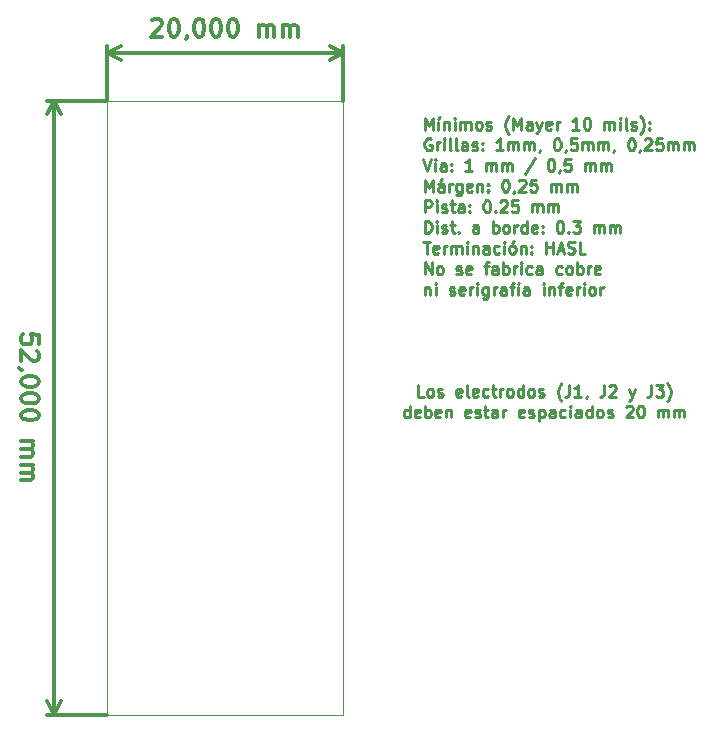
<source format=gbr>
G04 #@! TF.GenerationSoftware,KiCad,Pcbnew,(5.0.0)*
G04 #@! TF.CreationDate,2018-11-30T23:52:53-03:00*
G04 #@! TF.ProjectId,TP_Final,54505F46696E616C2E6B696361645F70,1*
G04 #@! TF.SameCoordinates,Original*
G04 #@! TF.FileFunction,Drawing*
%FSLAX46Y46*%
G04 Gerber Fmt 4.6, Leading zero omitted, Abs format (unit mm)*
G04 Created by KiCad (PCBNEW (5.0.0)) date 11/30/18 23:52:53*
%MOMM*%
%LPD*%
G01*
G04 APERTURE LIST*
%ADD10C,0.250000*%
%ADD11C,0.300000*%
%ADD12C,0.100000*%
G04 APERTURE END LIST*
D10*
X173785714Y-69077380D02*
X173309523Y-69077380D01*
X173309523Y-68077380D01*
X174261904Y-69077380D02*
X174166666Y-69029761D01*
X174119047Y-68982142D01*
X174071428Y-68886904D01*
X174071428Y-68601190D01*
X174119047Y-68505952D01*
X174166666Y-68458333D01*
X174261904Y-68410714D01*
X174404761Y-68410714D01*
X174500000Y-68458333D01*
X174547619Y-68505952D01*
X174595238Y-68601190D01*
X174595238Y-68886904D01*
X174547619Y-68982142D01*
X174500000Y-69029761D01*
X174404761Y-69077380D01*
X174261904Y-69077380D01*
X174976190Y-69029761D02*
X175071428Y-69077380D01*
X175261904Y-69077380D01*
X175357142Y-69029761D01*
X175404761Y-68934523D01*
X175404761Y-68886904D01*
X175357142Y-68791666D01*
X175261904Y-68744047D01*
X175119047Y-68744047D01*
X175023809Y-68696428D01*
X174976190Y-68601190D01*
X174976190Y-68553571D01*
X175023809Y-68458333D01*
X175119047Y-68410714D01*
X175261904Y-68410714D01*
X175357142Y-68458333D01*
X176976190Y-69029761D02*
X176880952Y-69077380D01*
X176690476Y-69077380D01*
X176595238Y-69029761D01*
X176547619Y-68934523D01*
X176547619Y-68553571D01*
X176595238Y-68458333D01*
X176690476Y-68410714D01*
X176880952Y-68410714D01*
X176976190Y-68458333D01*
X177023809Y-68553571D01*
X177023809Y-68648809D01*
X176547619Y-68744047D01*
X177595238Y-69077380D02*
X177500000Y-69029761D01*
X177452380Y-68934523D01*
X177452380Y-68077380D01*
X178357142Y-69029761D02*
X178261904Y-69077380D01*
X178071428Y-69077380D01*
X177976190Y-69029761D01*
X177928571Y-68934523D01*
X177928571Y-68553571D01*
X177976190Y-68458333D01*
X178071428Y-68410714D01*
X178261904Y-68410714D01*
X178357142Y-68458333D01*
X178404761Y-68553571D01*
X178404761Y-68648809D01*
X177928571Y-68744047D01*
X179261904Y-69029761D02*
X179166666Y-69077380D01*
X178976190Y-69077380D01*
X178880952Y-69029761D01*
X178833333Y-68982142D01*
X178785714Y-68886904D01*
X178785714Y-68601190D01*
X178833333Y-68505952D01*
X178880952Y-68458333D01*
X178976190Y-68410714D01*
X179166666Y-68410714D01*
X179261904Y-68458333D01*
X179547619Y-68410714D02*
X179928571Y-68410714D01*
X179690476Y-68077380D02*
X179690476Y-68934523D01*
X179738095Y-69029761D01*
X179833333Y-69077380D01*
X179928571Y-69077380D01*
X180261904Y-69077380D02*
X180261904Y-68410714D01*
X180261904Y-68601190D02*
X180309523Y-68505952D01*
X180357142Y-68458333D01*
X180452380Y-68410714D01*
X180547619Y-68410714D01*
X181023809Y-69077380D02*
X180928571Y-69029761D01*
X180880952Y-68982142D01*
X180833333Y-68886904D01*
X180833333Y-68601190D01*
X180880952Y-68505952D01*
X180928571Y-68458333D01*
X181023809Y-68410714D01*
X181166666Y-68410714D01*
X181261904Y-68458333D01*
X181309523Y-68505952D01*
X181357142Y-68601190D01*
X181357142Y-68886904D01*
X181309523Y-68982142D01*
X181261904Y-69029761D01*
X181166666Y-69077380D01*
X181023809Y-69077380D01*
X182214285Y-69077380D02*
X182214285Y-68077380D01*
X182214285Y-69029761D02*
X182119047Y-69077380D01*
X181928571Y-69077380D01*
X181833333Y-69029761D01*
X181785714Y-68982142D01*
X181738095Y-68886904D01*
X181738095Y-68601190D01*
X181785714Y-68505952D01*
X181833333Y-68458333D01*
X181928571Y-68410714D01*
X182119047Y-68410714D01*
X182214285Y-68458333D01*
X182833333Y-69077380D02*
X182738095Y-69029761D01*
X182690476Y-68982142D01*
X182642857Y-68886904D01*
X182642857Y-68601190D01*
X182690476Y-68505952D01*
X182738095Y-68458333D01*
X182833333Y-68410714D01*
X182976190Y-68410714D01*
X183071428Y-68458333D01*
X183119047Y-68505952D01*
X183166666Y-68601190D01*
X183166666Y-68886904D01*
X183119047Y-68982142D01*
X183071428Y-69029761D01*
X182976190Y-69077380D01*
X182833333Y-69077380D01*
X183547619Y-69029761D02*
X183642857Y-69077380D01*
X183833333Y-69077380D01*
X183928571Y-69029761D01*
X183976190Y-68934523D01*
X183976190Y-68886904D01*
X183928571Y-68791666D01*
X183833333Y-68744047D01*
X183690476Y-68744047D01*
X183595238Y-68696428D01*
X183547619Y-68601190D01*
X183547619Y-68553571D01*
X183595238Y-68458333D01*
X183690476Y-68410714D01*
X183833333Y-68410714D01*
X183928571Y-68458333D01*
X185452380Y-69458333D02*
X185404761Y-69410714D01*
X185309523Y-69267857D01*
X185261904Y-69172619D01*
X185214285Y-69029761D01*
X185166666Y-68791666D01*
X185166666Y-68601190D01*
X185214285Y-68363095D01*
X185261904Y-68220238D01*
X185309523Y-68125000D01*
X185404761Y-67982142D01*
X185452380Y-67934523D01*
X186119047Y-68077380D02*
X186119047Y-68791666D01*
X186071428Y-68934523D01*
X185976190Y-69029761D01*
X185833333Y-69077380D01*
X185738095Y-69077380D01*
X187119047Y-69077380D02*
X186547619Y-69077380D01*
X186833333Y-69077380D02*
X186833333Y-68077380D01*
X186738095Y-68220238D01*
X186642857Y-68315476D01*
X186547619Y-68363095D01*
X187595238Y-69029761D02*
X187595238Y-69077380D01*
X187547619Y-69172619D01*
X187500000Y-69220238D01*
X189071428Y-68077380D02*
X189071428Y-68791666D01*
X189023809Y-68934523D01*
X188928571Y-69029761D01*
X188785714Y-69077380D01*
X188690476Y-69077380D01*
X189500000Y-68172619D02*
X189547619Y-68125000D01*
X189642857Y-68077380D01*
X189880952Y-68077380D01*
X189976190Y-68125000D01*
X190023809Y-68172619D01*
X190071428Y-68267857D01*
X190071428Y-68363095D01*
X190023809Y-68505952D01*
X189452380Y-69077380D01*
X190071428Y-69077380D01*
X191166666Y-68410714D02*
X191404761Y-69077380D01*
X191642857Y-68410714D02*
X191404761Y-69077380D01*
X191309523Y-69315476D01*
X191261904Y-69363095D01*
X191166666Y-69410714D01*
X193071428Y-68077380D02*
X193071428Y-68791666D01*
X193023809Y-68934523D01*
X192928571Y-69029761D01*
X192785714Y-69077380D01*
X192690476Y-69077380D01*
X193452380Y-68077380D02*
X194071428Y-68077380D01*
X193738095Y-68458333D01*
X193880952Y-68458333D01*
X193976190Y-68505952D01*
X194023809Y-68553571D01*
X194071428Y-68648809D01*
X194071428Y-68886904D01*
X194023809Y-68982142D01*
X193976190Y-69029761D01*
X193880952Y-69077380D01*
X193595238Y-69077380D01*
X193500000Y-69029761D01*
X193452380Y-68982142D01*
X194404761Y-69458333D02*
X194452380Y-69410714D01*
X194547619Y-69267857D01*
X194595238Y-69172619D01*
X194642857Y-69029761D01*
X194690476Y-68791666D01*
X194690476Y-68601190D01*
X194642857Y-68363095D01*
X194595238Y-68220238D01*
X194547619Y-68125000D01*
X194452380Y-67982142D01*
X194404761Y-67934523D01*
X172595238Y-70827380D02*
X172595238Y-69827380D01*
X172595238Y-70779761D02*
X172500000Y-70827380D01*
X172309523Y-70827380D01*
X172214285Y-70779761D01*
X172166666Y-70732142D01*
X172119047Y-70636904D01*
X172119047Y-70351190D01*
X172166666Y-70255952D01*
X172214285Y-70208333D01*
X172309523Y-70160714D01*
X172500000Y-70160714D01*
X172595238Y-70208333D01*
X173452380Y-70779761D02*
X173357142Y-70827380D01*
X173166666Y-70827380D01*
X173071428Y-70779761D01*
X173023809Y-70684523D01*
X173023809Y-70303571D01*
X173071428Y-70208333D01*
X173166666Y-70160714D01*
X173357142Y-70160714D01*
X173452380Y-70208333D01*
X173500000Y-70303571D01*
X173500000Y-70398809D01*
X173023809Y-70494047D01*
X173928571Y-70827380D02*
X173928571Y-69827380D01*
X173928571Y-70208333D02*
X174023809Y-70160714D01*
X174214285Y-70160714D01*
X174309523Y-70208333D01*
X174357142Y-70255952D01*
X174404761Y-70351190D01*
X174404761Y-70636904D01*
X174357142Y-70732142D01*
X174309523Y-70779761D01*
X174214285Y-70827380D01*
X174023809Y-70827380D01*
X173928571Y-70779761D01*
X175214285Y-70779761D02*
X175119047Y-70827380D01*
X174928571Y-70827380D01*
X174833333Y-70779761D01*
X174785714Y-70684523D01*
X174785714Y-70303571D01*
X174833333Y-70208333D01*
X174928571Y-70160714D01*
X175119047Y-70160714D01*
X175214285Y-70208333D01*
X175261904Y-70303571D01*
X175261904Y-70398809D01*
X174785714Y-70494047D01*
X175690476Y-70160714D02*
X175690476Y-70827380D01*
X175690476Y-70255952D02*
X175738095Y-70208333D01*
X175833333Y-70160714D01*
X175976190Y-70160714D01*
X176071428Y-70208333D01*
X176119047Y-70303571D01*
X176119047Y-70827380D01*
X177738095Y-70779761D02*
X177642857Y-70827380D01*
X177452380Y-70827380D01*
X177357142Y-70779761D01*
X177309523Y-70684523D01*
X177309523Y-70303571D01*
X177357142Y-70208333D01*
X177452380Y-70160714D01*
X177642857Y-70160714D01*
X177738095Y-70208333D01*
X177785714Y-70303571D01*
X177785714Y-70398809D01*
X177309523Y-70494047D01*
X178166666Y-70779761D02*
X178261904Y-70827380D01*
X178452380Y-70827380D01*
X178547619Y-70779761D01*
X178595238Y-70684523D01*
X178595238Y-70636904D01*
X178547619Y-70541666D01*
X178452380Y-70494047D01*
X178309523Y-70494047D01*
X178214285Y-70446428D01*
X178166666Y-70351190D01*
X178166666Y-70303571D01*
X178214285Y-70208333D01*
X178309523Y-70160714D01*
X178452380Y-70160714D01*
X178547619Y-70208333D01*
X178880952Y-70160714D02*
X179261904Y-70160714D01*
X179023809Y-69827380D02*
X179023809Y-70684523D01*
X179071428Y-70779761D01*
X179166666Y-70827380D01*
X179261904Y-70827380D01*
X180023809Y-70827380D02*
X180023809Y-70303571D01*
X179976190Y-70208333D01*
X179880952Y-70160714D01*
X179690476Y-70160714D01*
X179595238Y-70208333D01*
X180023809Y-70779761D02*
X179928571Y-70827380D01*
X179690476Y-70827380D01*
X179595238Y-70779761D01*
X179547619Y-70684523D01*
X179547619Y-70589285D01*
X179595238Y-70494047D01*
X179690476Y-70446428D01*
X179928571Y-70446428D01*
X180023809Y-70398809D01*
X180500000Y-70827380D02*
X180500000Y-70160714D01*
X180500000Y-70351190D02*
X180547619Y-70255952D01*
X180595238Y-70208333D01*
X180690476Y-70160714D01*
X180785714Y-70160714D01*
X182261904Y-70779761D02*
X182166666Y-70827380D01*
X181976190Y-70827380D01*
X181880952Y-70779761D01*
X181833333Y-70684523D01*
X181833333Y-70303571D01*
X181880952Y-70208333D01*
X181976190Y-70160714D01*
X182166666Y-70160714D01*
X182261904Y-70208333D01*
X182309523Y-70303571D01*
X182309523Y-70398809D01*
X181833333Y-70494047D01*
X182690476Y-70779761D02*
X182785714Y-70827380D01*
X182976190Y-70827380D01*
X183071428Y-70779761D01*
X183119047Y-70684523D01*
X183119047Y-70636904D01*
X183071428Y-70541666D01*
X182976190Y-70494047D01*
X182833333Y-70494047D01*
X182738095Y-70446428D01*
X182690476Y-70351190D01*
X182690476Y-70303571D01*
X182738095Y-70208333D01*
X182833333Y-70160714D01*
X182976190Y-70160714D01*
X183071428Y-70208333D01*
X183547619Y-70160714D02*
X183547619Y-71160714D01*
X183547619Y-70208333D02*
X183642857Y-70160714D01*
X183833333Y-70160714D01*
X183928571Y-70208333D01*
X183976190Y-70255952D01*
X184023809Y-70351190D01*
X184023809Y-70636904D01*
X183976190Y-70732142D01*
X183928571Y-70779761D01*
X183833333Y-70827380D01*
X183642857Y-70827380D01*
X183547619Y-70779761D01*
X184880952Y-70827380D02*
X184880952Y-70303571D01*
X184833333Y-70208333D01*
X184738095Y-70160714D01*
X184547619Y-70160714D01*
X184452380Y-70208333D01*
X184880952Y-70779761D02*
X184785714Y-70827380D01*
X184547619Y-70827380D01*
X184452380Y-70779761D01*
X184404761Y-70684523D01*
X184404761Y-70589285D01*
X184452380Y-70494047D01*
X184547619Y-70446428D01*
X184785714Y-70446428D01*
X184880952Y-70398809D01*
X185785714Y-70779761D02*
X185690476Y-70827380D01*
X185500000Y-70827380D01*
X185404761Y-70779761D01*
X185357142Y-70732142D01*
X185309523Y-70636904D01*
X185309523Y-70351190D01*
X185357142Y-70255952D01*
X185404761Y-70208333D01*
X185500000Y-70160714D01*
X185690476Y-70160714D01*
X185785714Y-70208333D01*
X186214285Y-70827380D02*
X186214285Y-70160714D01*
X186214285Y-69827380D02*
X186166666Y-69875000D01*
X186214285Y-69922619D01*
X186261904Y-69875000D01*
X186214285Y-69827380D01*
X186214285Y-69922619D01*
X187119047Y-70827380D02*
X187119047Y-70303571D01*
X187071428Y-70208333D01*
X186976190Y-70160714D01*
X186785714Y-70160714D01*
X186690476Y-70208333D01*
X187119047Y-70779761D02*
X187023809Y-70827380D01*
X186785714Y-70827380D01*
X186690476Y-70779761D01*
X186642857Y-70684523D01*
X186642857Y-70589285D01*
X186690476Y-70494047D01*
X186785714Y-70446428D01*
X187023809Y-70446428D01*
X187119047Y-70398809D01*
X188023809Y-70827380D02*
X188023809Y-69827380D01*
X188023809Y-70779761D02*
X187928571Y-70827380D01*
X187738095Y-70827380D01*
X187642857Y-70779761D01*
X187595238Y-70732142D01*
X187547619Y-70636904D01*
X187547619Y-70351190D01*
X187595238Y-70255952D01*
X187642857Y-70208333D01*
X187738095Y-70160714D01*
X187928571Y-70160714D01*
X188023809Y-70208333D01*
X188642857Y-70827380D02*
X188547619Y-70779761D01*
X188500000Y-70732142D01*
X188452380Y-70636904D01*
X188452380Y-70351190D01*
X188500000Y-70255952D01*
X188547619Y-70208333D01*
X188642857Y-70160714D01*
X188785714Y-70160714D01*
X188880952Y-70208333D01*
X188928571Y-70255952D01*
X188976190Y-70351190D01*
X188976190Y-70636904D01*
X188928571Y-70732142D01*
X188880952Y-70779761D01*
X188785714Y-70827380D01*
X188642857Y-70827380D01*
X189357142Y-70779761D02*
X189452380Y-70827380D01*
X189642857Y-70827380D01*
X189738095Y-70779761D01*
X189785714Y-70684523D01*
X189785714Y-70636904D01*
X189738095Y-70541666D01*
X189642857Y-70494047D01*
X189500000Y-70494047D01*
X189404761Y-70446428D01*
X189357142Y-70351190D01*
X189357142Y-70303571D01*
X189404761Y-70208333D01*
X189500000Y-70160714D01*
X189642857Y-70160714D01*
X189738095Y-70208333D01*
X190928571Y-69922619D02*
X190976190Y-69875000D01*
X191071428Y-69827380D01*
X191309523Y-69827380D01*
X191404761Y-69875000D01*
X191452380Y-69922619D01*
X191500000Y-70017857D01*
X191500000Y-70113095D01*
X191452380Y-70255952D01*
X190880952Y-70827380D01*
X191500000Y-70827380D01*
X192119047Y-69827380D02*
X192214285Y-69827380D01*
X192309523Y-69875000D01*
X192357142Y-69922619D01*
X192404761Y-70017857D01*
X192452380Y-70208333D01*
X192452380Y-70446428D01*
X192404761Y-70636904D01*
X192357142Y-70732142D01*
X192309523Y-70779761D01*
X192214285Y-70827380D01*
X192119047Y-70827380D01*
X192023809Y-70779761D01*
X191976190Y-70732142D01*
X191928571Y-70636904D01*
X191880952Y-70446428D01*
X191880952Y-70208333D01*
X191928571Y-70017857D01*
X191976190Y-69922619D01*
X192023809Y-69875000D01*
X192119047Y-69827380D01*
X193642857Y-70827380D02*
X193642857Y-70160714D01*
X193642857Y-70255952D02*
X193690476Y-70208333D01*
X193785714Y-70160714D01*
X193928571Y-70160714D01*
X194023809Y-70208333D01*
X194071428Y-70303571D01*
X194071428Y-70827380D01*
X194071428Y-70303571D02*
X194119047Y-70208333D01*
X194214285Y-70160714D01*
X194357142Y-70160714D01*
X194452380Y-70208333D01*
X194500000Y-70303571D01*
X194500000Y-70827380D01*
X194976190Y-70827380D02*
X194976190Y-70160714D01*
X194976190Y-70255952D02*
X195023809Y-70208333D01*
X195119047Y-70160714D01*
X195261904Y-70160714D01*
X195357142Y-70208333D01*
X195404761Y-70303571D01*
X195404761Y-70827380D01*
X195404761Y-70303571D02*
X195452380Y-70208333D01*
X195547619Y-70160714D01*
X195690476Y-70160714D01*
X195785714Y-70208333D01*
X195833333Y-70303571D01*
X195833333Y-70827380D01*
D11*
X141221428Y-64571428D02*
X141221428Y-63857142D01*
X140507142Y-63785714D01*
X140578571Y-63857142D01*
X140650000Y-64000000D01*
X140650000Y-64357142D01*
X140578571Y-64500000D01*
X140507142Y-64571428D01*
X140364285Y-64642857D01*
X140007142Y-64642857D01*
X139864285Y-64571428D01*
X139792857Y-64500000D01*
X139721428Y-64357142D01*
X139721428Y-64000000D01*
X139792857Y-63857142D01*
X139864285Y-63785714D01*
X141078571Y-65214285D02*
X141150000Y-65285714D01*
X141221428Y-65428571D01*
X141221428Y-65785714D01*
X141150000Y-65928571D01*
X141078571Y-66000000D01*
X140935714Y-66071428D01*
X140792857Y-66071428D01*
X140578571Y-66000000D01*
X139721428Y-65142857D01*
X139721428Y-66071428D01*
X139792857Y-66785714D02*
X139721428Y-66785714D01*
X139578571Y-66714285D01*
X139507142Y-66642857D01*
X141221428Y-67714285D02*
X141221428Y-67857142D01*
X141150000Y-68000000D01*
X141078571Y-68071428D01*
X140935714Y-68142857D01*
X140650000Y-68214285D01*
X140292857Y-68214285D01*
X140007142Y-68142857D01*
X139864285Y-68071428D01*
X139792857Y-68000000D01*
X139721428Y-67857142D01*
X139721428Y-67714285D01*
X139792857Y-67571428D01*
X139864285Y-67500000D01*
X140007142Y-67428571D01*
X140292857Y-67357142D01*
X140650000Y-67357142D01*
X140935714Y-67428571D01*
X141078571Y-67500000D01*
X141150000Y-67571428D01*
X141221428Y-67714285D01*
X141221428Y-69142857D02*
X141221428Y-69285714D01*
X141150000Y-69428571D01*
X141078571Y-69500000D01*
X140935714Y-69571428D01*
X140650000Y-69642857D01*
X140292857Y-69642857D01*
X140007142Y-69571428D01*
X139864285Y-69500000D01*
X139792857Y-69428571D01*
X139721428Y-69285714D01*
X139721428Y-69142857D01*
X139792857Y-69000000D01*
X139864285Y-68928571D01*
X140007142Y-68857142D01*
X140292857Y-68785714D01*
X140650000Y-68785714D01*
X140935714Y-68857142D01*
X141078571Y-68928571D01*
X141150000Y-69000000D01*
X141221428Y-69142857D01*
X141221428Y-70571428D02*
X141221428Y-70714285D01*
X141150000Y-70857142D01*
X141078571Y-70928571D01*
X140935714Y-71000000D01*
X140650000Y-71071428D01*
X140292857Y-71071428D01*
X140007142Y-71000000D01*
X139864285Y-70928571D01*
X139792857Y-70857142D01*
X139721428Y-70714285D01*
X139721428Y-70571428D01*
X139792857Y-70428571D01*
X139864285Y-70357142D01*
X140007142Y-70285714D01*
X140292857Y-70214285D01*
X140650000Y-70214285D01*
X140935714Y-70285714D01*
X141078571Y-70357142D01*
X141150000Y-70428571D01*
X141221428Y-70571428D01*
X139721428Y-72857142D02*
X140721428Y-72857142D01*
X140578571Y-72857142D02*
X140650000Y-72928571D01*
X140721428Y-73071428D01*
X140721428Y-73285714D01*
X140650000Y-73428571D01*
X140507142Y-73500000D01*
X139721428Y-73500000D01*
X140507142Y-73500000D02*
X140650000Y-73571428D01*
X140721428Y-73714285D01*
X140721428Y-73928571D01*
X140650000Y-74071428D01*
X140507142Y-74142857D01*
X139721428Y-74142857D01*
X139721428Y-74857142D02*
X140721428Y-74857142D01*
X140578571Y-74857142D02*
X140650000Y-74928571D01*
X140721428Y-75071428D01*
X140721428Y-75285714D01*
X140650000Y-75428571D01*
X140507142Y-75500000D01*
X139721428Y-75500000D01*
X140507142Y-75500000D02*
X140650000Y-75571428D01*
X140721428Y-75714285D01*
X140721428Y-75928571D01*
X140650000Y-76071428D01*
X140507142Y-76142857D01*
X139721428Y-76142857D01*
X142500000Y-44000000D02*
X142500000Y-96000000D01*
X147000000Y-44000000D02*
X141913579Y-44000000D01*
X147000000Y-96000000D02*
X141913579Y-96000000D01*
X142500000Y-96000000D02*
X141913579Y-94873496D01*
X142500000Y-96000000D02*
X143086421Y-94873496D01*
X142500000Y-44000000D02*
X141913579Y-45126504D01*
X142500000Y-44000000D02*
X143086421Y-45126504D01*
X150785714Y-37221428D02*
X150857142Y-37150000D01*
X151000000Y-37078571D01*
X151357142Y-37078571D01*
X151500000Y-37150000D01*
X151571428Y-37221428D01*
X151642857Y-37364285D01*
X151642857Y-37507142D01*
X151571428Y-37721428D01*
X150714285Y-38578571D01*
X151642857Y-38578571D01*
X152571428Y-37078571D02*
X152714285Y-37078571D01*
X152857142Y-37150000D01*
X152928571Y-37221428D01*
X153000000Y-37364285D01*
X153071428Y-37650000D01*
X153071428Y-38007142D01*
X153000000Y-38292857D01*
X152928571Y-38435714D01*
X152857142Y-38507142D01*
X152714285Y-38578571D01*
X152571428Y-38578571D01*
X152428571Y-38507142D01*
X152357142Y-38435714D01*
X152285714Y-38292857D01*
X152214285Y-38007142D01*
X152214285Y-37650000D01*
X152285714Y-37364285D01*
X152357142Y-37221428D01*
X152428571Y-37150000D01*
X152571428Y-37078571D01*
X153785714Y-38507142D02*
X153785714Y-38578571D01*
X153714285Y-38721428D01*
X153642857Y-38792857D01*
X154714285Y-37078571D02*
X154857142Y-37078571D01*
X155000000Y-37150000D01*
X155071428Y-37221428D01*
X155142857Y-37364285D01*
X155214285Y-37650000D01*
X155214285Y-38007142D01*
X155142857Y-38292857D01*
X155071428Y-38435714D01*
X155000000Y-38507142D01*
X154857142Y-38578571D01*
X154714285Y-38578571D01*
X154571428Y-38507142D01*
X154500000Y-38435714D01*
X154428571Y-38292857D01*
X154357142Y-38007142D01*
X154357142Y-37650000D01*
X154428571Y-37364285D01*
X154500000Y-37221428D01*
X154571428Y-37150000D01*
X154714285Y-37078571D01*
X156142857Y-37078571D02*
X156285714Y-37078571D01*
X156428571Y-37150000D01*
X156500000Y-37221428D01*
X156571428Y-37364285D01*
X156642857Y-37650000D01*
X156642857Y-38007142D01*
X156571428Y-38292857D01*
X156500000Y-38435714D01*
X156428571Y-38507142D01*
X156285714Y-38578571D01*
X156142857Y-38578571D01*
X156000000Y-38507142D01*
X155928571Y-38435714D01*
X155857142Y-38292857D01*
X155785714Y-38007142D01*
X155785714Y-37650000D01*
X155857142Y-37364285D01*
X155928571Y-37221428D01*
X156000000Y-37150000D01*
X156142857Y-37078571D01*
X157571428Y-37078571D02*
X157714285Y-37078571D01*
X157857142Y-37150000D01*
X157928571Y-37221428D01*
X158000000Y-37364285D01*
X158071428Y-37650000D01*
X158071428Y-38007142D01*
X158000000Y-38292857D01*
X157928571Y-38435714D01*
X157857142Y-38507142D01*
X157714285Y-38578571D01*
X157571428Y-38578571D01*
X157428571Y-38507142D01*
X157357142Y-38435714D01*
X157285714Y-38292857D01*
X157214285Y-38007142D01*
X157214285Y-37650000D01*
X157285714Y-37364285D01*
X157357142Y-37221428D01*
X157428571Y-37150000D01*
X157571428Y-37078571D01*
X159857142Y-38578571D02*
X159857142Y-37578571D01*
X159857142Y-37721428D02*
X159928571Y-37650000D01*
X160071428Y-37578571D01*
X160285714Y-37578571D01*
X160428571Y-37650000D01*
X160500000Y-37792857D01*
X160500000Y-38578571D01*
X160500000Y-37792857D02*
X160571428Y-37650000D01*
X160714285Y-37578571D01*
X160928571Y-37578571D01*
X161071428Y-37650000D01*
X161142857Y-37792857D01*
X161142857Y-38578571D01*
X161857142Y-38578571D02*
X161857142Y-37578571D01*
X161857142Y-37721428D02*
X161928571Y-37650000D01*
X162071428Y-37578571D01*
X162285714Y-37578571D01*
X162428571Y-37650000D01*
X162500000Y-37792857D01*
X162500000Y-38578571D01*
X162500000Y-37792857D02*
X162571428Y-37650000D01*
X162714285Y-37578571D01*
X162928571Y-37578571D01*
X163071428Y-37650000D01*
X163142857Y-37792857D01*
X163142857Y-38578571D01*
X167000000Y-40000000D02*
X147000000Y-40000000D01*
X167000000Y-44000000D02*
X167000000Y-39413579D01*
X147000000Y-44000000D02*
X147000000Y-39413579D01*
X147000000Y-40000000D02*
X148126504Y-39413579D01*
X147000000Y-40000000D02*
X148126504Y-40586421D01*
X167000000Y-40000000D02*
X165873496Y-39413579D01*
X167000000Y-40000000D02*
X165873496Y-40586421D01*
D10*
X173900595Y-46452380D02*
X173900595Y-45452380D01*
X174233928Y-46166666D01*
X174567261Y-45452380D01*
X174567261Y-46452380D01*
X175043452Y-46452380D02*
X175043452Y-45785714D01*
X175138690Y-45404761D02*
X174995833Y-45547619D01*
X175519642Y-45785714D02*
X175519642Y-46452380D01*
X175519642Y-45880952D02*
X175567261Y-45833333D01*
X175662500Y-45785714D01*
X175805357Y-45785714D01*
X175900595Y-45833333D01*
X175948214Y-45928571D01*
X175948214Y-46452380D01*
X176424404Y-46452380D02*
X176424404Y-45785714D01*
X176424404Y-45452380D02*
X176376785Y-45500000D01*
X176424404Y-45547619D01*
X176472023Y-45500000D01*
X176424404Y-45452380D01*
X176424404Y-45547619D01*
X176900595Y-46452380D02*
X176900595Y-45785714D01*
X176900595Y-45880952D02*
X176948214Y-45833333D01*
X177043452Y-45785714D01*
X177186309Y-45785714D01*
X177281547Y-45833333D01*
X177329166Y-45928571D01*
X177329166Y-46452380D01*
X177329166Y-45928571D02*
X177376785Y-45833333D01*
X177472023Y-45785714D01*
X177614880Y-45785714D01*
X177710119Y-45833333D01*
X177757738Y-45928571D01*
X177757738Y-46452380D01*
X178376785Y-46452380D02*
X178281547Y-46404761D01*
X178233928Y-46357142D01*
X178186309Y-46261904D01*
X178186309Y-45976190D01*
X178233928Y-45880952D01*
X178281547Y-45833333D01*
X178376785Y-45785714D01*
X178519642Y-45785714D01*
X178614880Y-45833333D01*
X178662500Y-45880952D01*
X178710119Y-45976190D01*
X178710119Y-46261904D01*
X178662500Y-46357142D01*
X178614880Y-46404761D01*
X178519642Y-46452380D01*
X178376785Y-46452380D01*
X179091071Y-46404761D02*
X179186309Y-46452380D01*
X179376785Y-46452380D01*
X179472023Y-46404761D01*
X179519642Y-46309523D01*
X179519642Y-46261904D01*
X179472023Y-46166666D01*
X179376785Y-46119047D01*
X179233928Y-46119047D01*
X179138690Y-46071428D01*
X179091071Y-45976190D01*
X179091071Y-45928571D01*
X179138690Y-45833333D01*
X179233928Y-45785714D01*
X179376785Y-45785714D01*
X179472023Y-45833333D01*
X180995833Y-46833333D02*
X180948214Y-46785714D01*
X180852976Y-46642857D01*
X180805357Y-46547619D01*
X180757738Y-46404761D01*
X180710119Y-46166666D01*
X180710119Y-45976190D01*
X180757738Y-45738095D01*
X180805357Y-45595238D01*
X180852976Y-45500000D01*
X180948214Y-45357142D01*
X180995833Y-45309523D01*
X181376785Y-46452380D02*
X181376785Y-45452380D01*
X181710119Y-46166666D01*
X182043452Y-45452380D01*
X182043452Y-46452380D01*
X182948214Y-46452380D02*
X182948214Y-45928571D01*
X182900595Y-45833333D01*
X182805357Y-45785714D01*
X182614880Y-45785714D01*
X182519642Y-45833333D01*
X182948214Y-46404761D02*
X182852976Y-46452380D01*
X182614880Y-46452380D01*
X182519642Y-46404761D01*
X182472023Y-46309523D01*
X182472023Y-46214285D01*
X182519642Y-46119047D01*
X182614880Y-46071428D01*
X182852976Y-46071428D01*
X182948214Y-46023809D01*
X183329166Y-45785714D02*
X183567261Y-46452380D01*
X183805357Y-45785714D02*
X183567261Y-46452380D01*
X183472023Y-46690476D01*
X183424404Y-46738095D01*
X183329166Y-46785714D01*
X184567261Y-46404761D02*
X184472023Y-46452380D01*
X184281547Y-46452380D01*
X184186309Y-46404761D01*
X184138690Y-46309523D01*
X184138690Y-45928571D01*
X184186309Y-45833333D01*
X184281547Y-45785714D01*
X184472023Y-45785714D01*
X184567261Y-45833333D01*
X184614880Y-45928571D01*
X184614880Y-46023809D01*
X184138690Y-46119047D01*
X185043452Y-46452380D02*
X185043452Y-45785714D01*
X185043452Y-45976190D02*
X185091071Y-45880952D01*
X185138690Y-45833333D01*
X185233928Y-45785714D01*
X185329166Y-45785714D01*
X186948214Y-46452380D02*
X186376785Y-46452380D01*
X186662500Y-46452380D02*
X186662500Y-45452380D01*
X186567261Y-45595238D01*
X186472023Y-45690476D01*
X186376785Y-45738095D01*
X187567261Y-45452380D02*
X187662500Y-45452380D01*
X187757738Y-45500000D01*
X187805357Y-45547619D01*
X187852976Y-45642857D01*
X187900595Y-45833333D01*
X187900595Y-46071428D01*
X187852976Y-46261904D01*
X187805357Y-46357142D01*
X187757738Y-46404761D01*
X187662500Y-46452380D01*
X187567261Y-46452380D01*
X187472023Y-46404761D01*
X187424404Y-46357142D01*
X187376785Y-46261904D01*
X187329166Y-46071428D01*
X187329166Y-45833333D01*
X187376785Y-45642857D01*
X187424404Y-45547619D01*
X187472023Y-45500000D01*
X187567261Y-45452380D01*
X189091071Y-46452380D02*
X189091071Y-45785714D01*
X189091071Y-45880952D02*
X189138690Y-45833333D01*
X189233928Y-45785714D01*
X189376785Y-45785714D01*
X189472023Y-45833333D01*
X189519642Y-45928571D01*
X189519642Y-46452380D01*
X189519642Y-45928571D02*
X189567261Y-45833333D01*
X189662500Y-45785714D01*
X189805357Y-45785714D01*
X189900595Y-45833333D01*
X189948214Y-45928571D01*
X189948214Y-46452380D01*
X190424404Y-46452380D02*
X190424404Y-45785714D01*
X190424404Y-45452380D02*
X190376785Y-45500000D01*
X190424404Y-45547619D01*
X190472023Y-45500000D01*
X190424404Y-45452380D01*
X190424404Y-45547619D01*
X191043452Y-46452380D02*
X190948214Y-46404761D01*
X190900595Y-46309523D01*
X190900595Y-45452380D01*
X191376785Y-46404761D02*
X191472023Y-46452380D01*
X191662500Y-46452380D01*
X191757738Y-46404761D01*
X191805357Y-46309523D01*
X191805357Y-46261904D01*
X191757738Y-46166666D01*
X191662500Y-46119047D01*
X191519642Y-46119047D01*
X191424404Y-46071428D01*
X191376785Y-45976190D01*
X191376785Y-45928571D01*
X191424404Y-45833333D01*
X191519642Y-45785714D01*
X191662500Y-45785714D01*
X191757738Y-45833333D01*
X192138690Y-46833333D02*
X192186309Y-46785714D01*
X192281547Y-46642857D01*
X192329166Y-46547619D01*
X192376785Y-46404761D01*
X192424404Y-46166666D01*
X192424404Y-45976190D01*
X192376785Y-45738095D01*
X192329166Y-45595238D01*
X192281547Y-45500000D01*
X192186309Y-45357142D01*
X192138690Y-45309523D01*
X192900595Y-46357142D02*
X192948214Y-46404761D01*
X192900595Y-46452380D01*
X192852976Y-46404761D01*
X192900595Y-46357142D01*
X192900595Y-46452380D01*
X192900595Y-45833333D02*
X192948214Y-45880952D01*
X192900595Y-45928571D01*
X192852976Y-45880952D01*
X192900595Y-45833333D01*
X192900595Y-45928571D01*
X174424404Y-47250000D02*
X174329166Y-47202380D01*
X174186309Y-47202380D01*
X174043452Y-47250000D01*
X173948214Y-47345238D01*
X173900595Y-47440476D01*
X173852976Y-47630952D01*
X173852976Y-47773809D01*
X173900595Y-47964285D01*
X173948214Y-48059523D01*
X174043452Y-48154761D01*
X174186309Y-48202380D01*
X174281547Y-48202380D01*
X174424404Y-48154761D01*
X174472023Y-48107142D01*
X174472023Y-47773809D01*
X174281547Y-47773809D01*
X174900595Y-48202380D02*
X174900595Y-47535714D01*
X174900595Y-47726190D02*
X174948214Y-47630952D01*
X174995833Y-47583333D01*
X175091071Y-47535714D01*
X175186309Y-47535714D01*
X175519642Y-48202380D02*
X175519642Y-47535714D01*
X175519642Y-47202380D02*
X175472023Y-47250000D01*
X175519642Y-47297619D01*
X175567261Y-47250000D01*
X175519642Y-47202380D01*
X175519642Y-47297619D01*
X176138690Y-48202380D02*
X176043452Y-48154761D01*
X175995833Y-48059523D01*
X175995833Y-47202380D01*
X176662500Y-48202380D02*
X176567261Y-48154761D01*
X176519642Y-48059523D01*
X176519642Y-47202380D01*
X177472023Y-48202380D02*
X177472023Y-47678571D01*
X177424404Y-47583333D01*
X177329166Y-47535714D01*
X177138690Y-47535714D01*
X177043452Y-47583333D01*
X177472023Y-48154761D02*
X177376785Y-48202380D01*
X177138690Y-48202380D01*
X177043452Y-48154761D01*
X176995833Y-48059523D01*
X176995833Y-47964285D01*
X177043452Y-47869047D01*
X177138690Y-47821428D01*
X177376785Y-47821428D01*
X177472023Y-47773809D01*
X177900595Y-48154761D02*
X177995833Y-48202380D01*
X178186309Y-48202380D01*
X178281547Y-48154761D01*
X178329166Y-48059523D01*
X178329166Y-48011904D01*
X178281547Y-47916666D01*
X178186309Y-47869047D01*
X178043452Y-47869047D01*
X177948214Y-47821428D01*
X177900595Y-47726190D01*
X177900595Y-47678571D01*
X177948214Y-47583333D01*
X178043452Y-47535714D01*
X178186309Y-47535714D01*
X178281547Y-47583333D01*
X178757738Y-48107142D02*
X178805357Y-48154761D01*
X178757738Y-48202380D01*
X178710119Y-48154761D01*
X178757738Y-48107142D01*
X178757738Y-48202380D01*
X178757738Y-47583333D02*
X178805357Y-47630952D01*
X178757738Y-47678571D01*
X178710119Y-47630952D01*
X178757738Y-47583333D01*
X178757738Y-47678571D01*
X180519642Y-48202380D02*
X179948214Y-48202380D01*
X180233928Y-48202380D02*
X180233928Y-47202380D01*
X180138690Y-47345238D01*
X180043452Y-47440476D01*
X179948214Y-47488095D01*
X180948214Y-48202380D02*
X180948214Y-47535714D01*
X180948214Y-47630952D02*
X180995833Y-47583333D01*
X181091071Y-47535714D01*
X181233928Y-47535714D01*
X181329166Y-47583333D01*
X181376785Y-47678571D01*
X181376785Y-48202380D01*
X181376785Y-47678571D02*
X181424404Y-47583333D01*
X181519642Y-47535714D01*
X181662500Y-47535714D01*
X181757738Y-47583333D01*
X181805357Y-47678571D01*
X181805357Y-48202380D01*
X182281547Y-48202380D02*
X182281547Y-47535714D01*
X182281547Y-47630952D02*
X182329166Y-47583333D01*
X182424404Y-47535714D01*
X182567261Y-47535714D01*
X182662500Y-47583333D01*
X182710119Y-47678571D01*
X182710119Y-48202380D01*
X182710119Y-47678571D02*
X182757738Y-47583333D01*
X182852976Y-47535714D01*
X182995833Y-47535714D01*
X183091071Y-47583333D01*
X183138690Y-47678571D01*
X183138690Y-48202380D01*
X183662500Y-48154761D02*
X183662500Y-48202380D01*
X183614880Y-48297619D01*
X183567261Y-48345238D01*
X185043452Y-47202380D02*
X185138690Y-47202380D01*
X185233928Y-47250000D01*
X185281547Y-47297619D01*
X185329166Y-47392857D01*
X185376785Y-47583333D01*
X185376785Y-47821428D01*
X185329166Y-48011904D01*
X185281547Y-48107142D01*
X185233928Y-48154761D01*
X185138690Y-48202380D01*
X185043452Y-48202380D01*
X184948214Y-48154761D01*
X184900595Y-48107142D01*
X184852976Y-48011904D01*
X184805357Y-47821428D01*
X184805357Y-47583333D01*
X184852976Y-47392857D01*
X184900595Y-47297619D01*
X184948214Y-47250000D01*
X185043452Y-47202380D01*
X185852976Y-48154761D02*
X185852976Y-48202380D01*
X185805357Y-48297619D01*
X185757738Y-48345238D01*
X186757738Y-47202380D02*
X186281547Y-47202380D01*
X186233928Y-47678571D01*
X186281547Y-47630952D01*
X186376785Y-47583333D01*
X186614880Y-47583333D01*
X186710119Y-47630952D01*
X186757738Y-47678571D01*
X186805357Y-47773809D01*
X186805357Y-48011904D01*
X186757738Y-48107142D01*
X186710119Y-48154761D01*
X186614880Y-48202380D01*
X186376785Y-48202380D01*
X186281547Y-48154761D01*
X186233928Y-48107142D01*
X187233928Y-48202380D02*
X187233928Y-47535714D01*
X187233928Y-47630952D02*
X187281547Y-47583333D01*
X187376785Y-47535714D01*
X187519642Y-47535714D01*
X187614880Y-47583333D01*
X187662500Y-47678571D01*
X187662500Y-48202380D01*
X187662500Y-47678571D02*
X187710119Y-47583333D01*
X187805357Y-47535714D01*
X187948214Y-47535714D01*
X188043452Y-47583333D01*
X188091071Y-47678571D01*
X188091071Y-48202380D01*
X188567261Y-48202380D02*
X188567261Y-47535714D01*
X188567261Y-47630952D02*
X188614880Y-47583333D01*
X188710119Y-47535714D01*
X188852976Y-47535714D01*
X188948214Y-47583333D01*
X188995833Y-47678571D01*
X188995833Y-48202380D01*
X188995833Y-47678571D02*
X189043452Y-47583333D01*
X189138690Y-47535714D01*
X189281547Y-47535714D01*
X189376785Y-47583333D01*
X189424404Y-47678571D01*
X189424404Y-48202380D01*
X189948214Y-48154761D02*
X189948214Y-48202380D01*
X189900595Y-48297619D01*
X189852976Y-48345238D01*
X191329166Y-47202380D02*
X191424404Y-47202380D01*
X191519642Y-47250000D01*
X191567261Y-47297619D01*
X191614880Y-47392857D01*
X191662500Y-47583333D01*
X191662500Y-47821428D01*
X191614880Y-48011904D01*
X191567261Y-48107142D01*
X191519642Y-48154761D01*
X191424404Y-48202380D01*
X191329166Y-48202380D01*
X191233928Y-48154761D01*
X191186309Y-48107142D01*
X191138690Y-48011904D01*
X191091071Y-47821428D01*
X191091071Y-47583333D01*
X191138690Y-47392857D01*
X191186309Y-47297619D01*
X191233928Y-47250000D01*
X191329166Y-47202380D01*
X192138690Y-48154761D02*
X192138690Y-48202380D01*
X192091071Y-48297619D01*
X192043452Y-48345238D01*
X192519642Y-47297619D02*
X192567261Y-47250000D01*
X192662500Y-47202380D01*
X192900595Y-47202380D01*
X192995833Y-47250000D01*
X193043452Y-47297619D01*
X193091071Y-47392857D01*
X193091071Y-47488095D01*
X193043452Y-47630952D01*
X192472023Y-48202380D01*
X193091071Y-48202380D01*
X193995833Y-47202380D02*
X193519642Y-47202380D01*
X193472023Y-47678571D01*
X193519642Y-47630952D01*
X193614880Y-47583333D01*
X193852976Y-47583333D01*
X193948214Y-47630952D01*
X193995833Y-47678571D01*
X194043452Y-47773809D01*
X194043452Y-48011904D01*
X193995833Y-48107142D01*
X193948214Y-48154761D01*
X193852976Y-48202380D01*
X193614880Y-48202380D01*
X193519642Y-48154761D01*
X193472023Y-48107142D01*
X194472023Y-48202380D02*
X194472023Y-47535714D01*
X194472023Y-47630952D02*
X194519642Y-47583333D01*
X194614880Y-47535714D01*
X194757738Y-47535714D01*
X194852976Y-47583333D01*
X194900595Y-47678571D01*
X194900595Y-48202380D01*
X194900595Y-47678571D02*
X194948214Y-47583333D01*
X195043452Y-47535714D01*
X195186309Y-47535714D01*
X195281547Y-47583333D01*
X195329166Y-47678571D01*
X195329166Y-48202380D01*
X195805357Y-48202380D02*
X195805357Y-47535714D01*
X195805357Y-47630952D02*
X195852976Y-47583333D01*
X195948214Y-47535714D01*
X196091071Y-47535714D01*
X196186309Y-47583333D01*
X196233928Y-47678571D01*
X196233928Y-48202380D01*
X196233928Y-47678571D02*
X196281547Y-47583333D01*
X196376785Y-47535714D01*
X196519642Y-47535714D01*
X196614880Y-47583333D01*
X196662500Y-47678571D01*
X196662500Y-48202380D01*
X173757738Y-48952380D02*
X174091071Y-49952380D01*
X174424404Y-48952380D01*
X174757738Y-49952380D02*
X174757738Y-49285714D01*
X174757738Y-48952380D02*
X174710119Y-49000000D01*
X174757738Y-49047619D01*
X174805357Y-49000000D01*
X174757738Y-48952380D01*
X174757738Y-49047619D01*
X175662500Y-49952380D02*
X175662500Y-49428571D01*
X175614880Y-49333333D01*
X175519642Y-49285714D01*
X175329166Y-49285714D01*
X175233928Y-49333333D01*
X175662500Y-49904761D02*
X175567261Y-49952380D01*
X175329166Y-49952380D01*
X175233928Y-49904761D01*
X175186309Y-49809523D01*
X175186309Y-49714285D01*
X175233928Y-49619047D01*
X175329166Y-49571428D01*
X175567261Y-49571428D01*
X175662500Y-49523809D01*
X176138690Y-49857142D02*
X176186309Y-49904761D01*
X176138690Y-49952380D01*
X176091071Y-49904761D01*
X176138690Y-49857142D01*
X176138690Y-49952380D01*
X176138690Y-49333333D02*
X176186309Y-49380952D01*
X176138690Y-49428571D01*
X176091071Y-49380952D01*
X176138690Y-49333333D01*
X176138690Y-49428571D01*
X177900595Y-49952380D02*
X177329166Y-49952380D01*
X177614880Y-49952380D02*
X177614880Y-48952380D01*
X177519642Y-49095238D01*
X177424404Y-49190476D01*
X177329166Y-49238095D01*
X179091071Y-49952380D02*
X179091071Y-49285714D01*
X179091071Y-49380952D02*
X179138690Y-49333333D01*
X179233928Y-49285714D01*
X179376785Y-49285714D01*
X179472023Y-49333333D01*
X179519642Y-49428571D01*
X179519642Y-49952380D01*
X179519642Y-49428571D02*
X179567261Y-49333333D01*
X179662500Y-49285714D01*
X179805357Y-49285714D01*
X179900595Y-49333333D01*
X179948214Y-49428571D01*
X179948214Y-49952380D01*
X180424404Y-49952380D02*
X180424404Y-49285714D01*
X180424404Y-49380952D02*
X180472023Y-49333333D01*
X180567261Y-49285714D01*
X180710119Y-49285714D01*
X180805357Y-49333333D01*
X180852976Y-49428571D01*
X180852976Y-49952380D01*
X180852976Y-49428571D02*
X180900595Y-49333333D01*
X180995833Y-49285714D01*
X181138690Y-49285714D01*
X181233928Y-49333333D01*
X181281547Y-49428571D01*
X181281547Y-49952380D01*
X183233928Y-48904761D02*
X182376785Y-50190476D01*
X184519642Y-48952380D02*
X184614880Y-48952380D01*
X184710119Y-49000000D01*
X184757738Y-49047619D01*
X184805357Y-49142857D01*
X184852976Y-49333333D01*
X184852976Y-49571428D01*
X184805357Y-49761904D01*
X184757738Y-49857142D01*
X184710119Y-49904761D01*
X184614880Y-49952380D01*
X184519642Y-49952380D01*
X184424404Y-49904761D01*
X184376785Y-49857142D01*
X184329166Y-49761904D01*
X184281547Y-49571428D01*
X184281547Y-49333333D01*
X184329166Y-49142857D01*
X184376785Y-49047619D01*
X184424404Y-49000000D01*
X184519642Y-48952380D01*
X185329166Y-49904761D02*
X185329166Y-49952380D01*
X185281547Y-50047619D01*
X185233928Y-50095238D01*
X186233928Y-48952380D02*
X185757738Y-48952380D01*
X185710119Y-49428571D01*
X185757738Y-49380952D01*
X185852976Y-49333333D01*
X186091071Y-49333333D01*
X186186309Y-49380952D01*
X186233928Y-49428571D01*
X186281547Y-49523809D01*
X186281547Y-49761904D01*
X186233928Y-49857142D01*
X186186309Y-49904761D01*
X186091071Y-49952380D01*
X185852976Y-49952380D01*
X185757738Y-49904761D01*
X185710119Y-49857142D01*
X187472023Y-49952380D02*
X187472023Y-49285714D01*
X187472023Y-49380952D02*
X187519642Y-49333333D01*
X187614880Y-49285714D01*
X187757738Y-49285714D01*
X187852976Y-49333333D01*
X187900595Y-49428571D01*
X187900595Y-49952380D01*
X187900595Y-49428571D02*
X187948214Y-49333333D01*
X188043452Y-49285714D01*
X188186309Y-49285714D01*
X188281547Y-49333333D01*
X188329166Y-49428571D01*
X188329166Y-49952380D01*
X188805357Y-49952380D02*
X188805357Y-49285714D01*
X188805357Y-49380952D02*
X188852976Y-49333333D01*
X188948214Y-49285714D01*
X189091071Y-49285714D01*
X189186309Y-49333333D01*
X189233928Y-49428571D01*
X189233928Y-49952380D01*
X189233928Y-49428571D02*
X189281547Y-49333333D01*
X189376785Y-49285714D01*
X189519642Y-49285714D01*
X189614880Y-49333333D01*
X189662500Y-49428571D01*
X189662500Y-49952380D01*
X173900595Y-51702380D02*
X173900595Y-50702380D01*
X174233928Y-51416666D01*
X174567261Y-50702380D01*
X174567261Y-51702380D01*
X175472023Y-51702380D02*
X175472023Y-51178571D01*
X175424404Y-51083333D01*
X175329166Y-51035714D01*
X175138690Y-51035714D01*
X175043452Y-51083333D01*
X175472023Y-51654761D02*
X175376785Y-51702380D01*
X175138690Y-51702380D01*
X175043452Y-51654761D01*
X174995833Y-51559523D01*
X174995833Y-51464285D01*
X175043452Y-51369047D01*
X175138690Y-51321428D01*
X175376785Y-51321428D01*
X175472023Y-51273809D01*
X175329166Y-50654761D02*
X175186309Y-50797619D01*
X175948214Y-51702380D02*
X175948214Y-51035714D01*
X175948214Y-51226190D02*
X175995833Y-51130952D01*
X176043452Y-51083333D01*
X176138690Y-51035714D01*
X176233928Y-51035714D01*
X176995833Y-51035714D02*
X176995833Y-51845238D01*
X176948214Y-51940476D01*
X176900595Y-51988095D01*
X176805357Y-52035714D01*
X176662500Y-52035714D01*
X176567261Y-51988095D01*
X176995833Y-51654761D02*
X176900595Y-51702380D01*
X176710119Y-51702380D01*
X176614880Y-51654761D01*
X176567261Y-51607142D01*
X176519642Y-51511904D01*
X176519642Y-51226190D01*
X176567261Y-51130952D01*
X176614880Y-51083333D01*
X176710119Y-51035714D01*
X176900595Y-51035714D01*
X176995833Y-51083333D01*
X177852976Y-51654761D02*
X177757738Y-51702380D01*
X177567261Y-51702380D01*
X177472023Y-51654761D01*
X177424404Y-51559523D01*
X177424404Y-51178571D01*
X177472023Y-51083333D01*
X177567261Y-51035714D01*
X177757738Y-51035714D01*
X177852976Y-51083333D01*
X177900595Y-51178571D01*
X177900595Y-51273809D01*
X177424404Y-51369047D01*
X178329166Y-51035714D02*
X178329166Y-51702380D01*
X178329166Y-51130952D02*
X178376785Y-51083333D01*
X178472023Y-51035714D01*
X178614880Y-51035714D01*
X178710119Y-51083333D01*
X178757738Y-51178571D01*
X178757738Y-51702380D01*
X179233928Y-51607142D02*
X179281547Y-51654761D01*
X179233928Y-51702380D01*
X179186309Y-51654761D01*
X179233928Y-51607142D01*
X179233928Y-51702380D01*
X179233928Y-51083333D02*
X179281547Y-51130952D01*
X179233928Y-51178571D01*
X179186309Y-51130952D01*
X179233928Y-51083333D01*
X179233928Y-51178571D01*
X180662500Y-50702380D02*
X180757738Y-50702380D01*
X180852976Y-50750000D01*
X180900595Y-50797619D01*
X180948214Y-50892857D01*
X180995833Y-51083333D01*
X180995833Y-51321428D01*
X180948214Y-51511904D01*
X180900595Y-51607142D01*
X180852976Y-51654761D01*
X180757738Y-51702380D01*
X180662500Y-51702380D01*
X180567261Y-51654761D01*
X180519642Y-51607142D01*
X180472023Y-51511904D01*
X180424404Y-51321428D01*
X180424404Y-51083333D01*
X180472023Y-50892857D01*
X180519642Y-50797619D01*
X180567261Y-50750000D01*
X180662500Y-50702380D01*
X181472023Y-51654761D02*
X181472023Y-51702380D01*
X181424404Y-51797619D01*
X181376785Y-51845238D01*
X181852976Y-50797619D02*
X181900595Y-50750000D01*
X181995833Y-50702380D01*
X182233928Y-50702380D01*
X182329166Y-50750000D01*
X182376785Y-50797619D01*
X182424404Y-50892857D01*
X182424404Y-50988095D01*
X182376785Y-51130952D01*
X181805357Y-51702380D01*
X182424404Y-51702380D01*
X183329166Y-50702380D02*
X182852976Y-50702380D01*
X182805357Y-51178571D01*
X182852976Y-51130952D01*
X182948214Y-51083333D01*
X183186309Y-51083333D01*
X183281547Y-51130952D01*
X183329166Y-51178571D01*
X183376785Y-51273809D01*
X183376785Y-51511904D01*
X183329166Y-51607142D01*
X183281547Y-51654761D01*
X183186309Y-51702380D01*
X182948214Y-51702380D01*
X182852976Y-51654761D01*
X182805357Y-51607142D01*
X184567261Y-51702380D02*
X184567261Y-51035714D01*
X184567261Y-51130952D02*
X184614880Y-51083333D01*
X184710119Y-51035714D01*
X184852976Y-51035714D01*
X184948214Y-51083333D01*
X184995833Y-51178571D01*
X184995833Y-51702380D01*
X184995833Y-51178571D02*
X185043452Y-51083333D01*
X185138690Y-51035714D01*
X185281547Y-51035714D01*
X185376785Y-51083333D01*
X185424404Y-51178571D01*
X185424404Y-51702380D01*
X185900595Y-51702380D02*
X185900595Y-51035714D01*
X185900595Y-51130952D02*
X185948214Y-51083333D01*
X186043452Y-51035714D01*
X186186309Y-51035714D01*
X186281547Y-51083333D01*
X186329166Y-51178571D01*
X186329166Y-51702380D01*
X186329166Y-51178571D02*
X186376785Y-51083333D01*
X186472023Y-51035714D01*
X186614880Y-51035714D01*
X186710119Y-51083333D01*
X186757738Y-51178571D01*
X186757738Y-51702380D01*
X173900595Y-53452380D02*
X173900595Y-52452380D01*
X174281547Y-52452380D01*
X174376785Y-52500000D01*
X174424404Y-52547619D01*
X174472023Y-52642857D01*
X174472023Y-52785714D01*
X174424404Y-52880952D01*
X174376785Y-52928571D01*
X174281547Y-52976190D01*
X173900595Y-52976190D01*
X174900595Y-53452380D02*
X174900595Y-52785714D01*
X174900595Y-52452380D02*
X174852976Y-52500000D01*
X174900595Y-52547619D01*
X174948214Y-52500000D01*
X174900595Y-52452380D01*
X174900595Y-52547619D01*
X175329166Y-53404761D02*
X175424404Y-53452380D01*
X175614880Y-53452380D01*
X175710119Y-53404761D01*
X175757738Y-53309523D01*
X175757738Y-53261904D01*
X175710119Y-53166666D01*
X175614880Y-53119047D01*
X175472023Y-53119047D01*
X175376785Y-53071428D01*
X175329166Y-52976190D01*
X175329166Y-52928571D01*
X175376785Y-52833333D01*
X175472023Y-52785714D01*
X175614880Y-52785714D01*
X175710119Y-52833333D01*
X176043452Y-52785714D02*
X176424404Y-52785714D01*
X176186309Y-52452380D02*
X176186309Y-53309523D01*
X176233928Y-53404761D01*
X176329166Y-53452380D01*
X176424404Y-53452380D01*
X177186309Y-53452380D02*
X177186309Y-52928571D01*
X177138690Y-52833333D01*
X177043452Y-52785714D01*
X176852976Y-52785714D01*
X176757738Y-52833333D01*
X177186309Y-53404761D02*
X177091071Y-53452380D01*
X176852976Y-53452380D01*
X176757738Y-53404761D01*
X176710119Y-53309523D01*
X176710119Y-53214285D01*
X176757738Y-53119047D01*
X176852976Y-53071428D01*
X177091071Y-53071428D01*
X177186309Y-53023809D01*
X177662500Y-53357142D02*
X177710119Y-53404761D01*
X177662500Y-53452380D01*
X177614880Y-53404761D01*
X177662500Y-53357142D01*
X177662500Y-53452380D01*
X177662500Y-52833333D02*
X177710119Y-52880952D01*
X177662500Y-52928571D01*
X177614880Y-52880952D01*
X177662500Y-52833333D01*
X177662500Y-52928571D01*
X179091071Y-52452380D02*
X179186309Y-52452380D01*
X179281547Y-52500000D01*
X179329166Y-52547619D01*
X179376785Y-52642857D01*
X179424404Y-52833333D01*
X179424404Y-53071428D01*
X179376785Y-53261904D01*
X179329166Y-53357142D01*
X179281547Y-53404761D01*
X179186309Y-53452380D01*
X179091071Y-53452380D01*
X178995833Y-53404761D01*
X178948214Y-53357142D01*
X178900595Y-53261904D01*
X178852976Y-53071428D01*
X178852976Y-52833333D01*
X178900595Y-52642857D01*
X178948214Y-52547619D01*
X178995833Y-52500000D01*
X179091071Y-52452380D01*
X179852976Y-53357142D02*
X179900595Y-53404761D01*
X179852976Y-53452380D01*
X179805357Y-53404761D01*
X179852976Y-53357142D01*
X179852976Y-53452380D01*
X180281547Y-52547619D02*
X180329166Y-52500000D01*
X180424404Y-52452380D01*
X180662500Y-52452380D01*
X180757738Y-52500000D01*
X180805357Y-52547619D01*
X180852976Y-52642857D01*
X180852976Y-52738095D01*
X180805357Y-52880952D01*
X180233928Y-53452380D01*
X180852976Y-53452380D01*
X181757738Y-52452380D02*
X181281547Y-52452380D01*
X181233928Y-52928571D01*
X181281547Y-52880952D01*
X181376785Y-52833333D01*
X181614880Y-52833333D01*
X181710119Y-52880952D01*
X181757738Y-52928571D01*
X181805357Y-53023809D01*
X181805357Y-53261904D01*
X181757738Y-53357142D01*
X181710119Y-53404761D01*
X181614880Y-53452380D01*
X181376785Y-53452380D01*
X181281547Y-53404761D01*
X181233928Y-53357142D01*
X182995833Y-53452380D02*
X182995833Y-52785714D01*
X182995833Y-52880952D02*
X183043452Y-52833333D01*
X183138690Y-52785714D01*
X183281547Y-52785714D01*
X183376785Y-52833333D01*
X183424404Y-52928571D01*
X183424404Y-53452380D01*
X183424404Y-52928571D02*
X183472023Y-52833333D01*
X183567261Y-52785714D01*
X183710119Y-52785714D01*
X183805357Y-52833333D01*
X183852976Y-52928571D01*
X183852976Y-53452380D01*
X184329166Y-53452380D02*
X184329166Y-52785714D01*
X184329166Y-52880952D02*
X184376785Y-52833333D01*
X184472023Y-52785714D01*
X184614880Y-52785714D01*
X184710119Y-52833333D01*
X184757738Y-52928571D01*
X184757738Y-53452380D01*
X184757738Y-52928571D02*
X184805357Y-52833333D01*
X184900595Y-52785714D01*
X185043452Y-52785714D01*
X185138690Y-52833333D01*
X185186309Y-52928571D01*
X185186309Y-53452380D01*
X173900595Y-55202380D02*
X173900595Y-54202380D01*
X174138690Y-54202380D01*
X174281547Y-54250000D01*
X174376785Y-54345238D01*
X174424404Y-54440476D01*
X174472023Y-54630952D01*
X174472023Y-54773809D01*
X174424404Y-54964285D01*
X174376785Y-55059523D01*
X174281547Y-55154761D01*
X174138690Y-55202380D01*
X173900595Y-55202380D01*
X174900595Y-55202380D02*
X174900595Y-54535714D01*
X174900595Y-54202380D02*
X174852976Y-54250000D01*
X174900595Y-54297619D01*
X174948214Y-54250000D01*
X174900595Y-54202380D01*
X174900595Y-54297619D01*
X175329166Y-55154761D02*
X175424404Y-55202380D01*
X175614880Y-55202380D01*
X175710119Y-55154761D01*
X175757738Y-55059523D01*
X175757738Y-55011904D01*
X175710119Y-54916666D01*
X175614880Y-54869047D01*
X175472023Y-54869047D01*
X175376785Y-54821428D01*
X175329166Y-54726190D01*
X175329166Y-54678571D01*
X175376785Y-54583333D01*
X175472023Y-54535714D01*
X175614880Y-54535714D01*
X175710119Y-54583333D01*
X176043452Y-54535714D02*
X176424404Y-54535714D01*
X176186309Y-54202380D02*
X176186309Y-55059523D01*
X176233928Y-55154761D01*
X176329166Y-55202380D01*
X176424404Y-55202380D01*
X176757738Y-55107142D02*
X176805357Y-55154761D01*
X176757738Y-55202380D01*
X176710119Y-55154761D01*
X176757738Y-55107142D01*
X176757738Y-55202380D01*
X178424404Y-55202380D02*
X178424404Y-54678571D01*
X178376785Y-54583333D01*
X178281547Y-54535714D01*
X178091071Y-54535714D01*
X177995833Y-54583333D01*
X178424404Y-55154761D02*
X178329166Y-55202380D01*
X178091071Y-55202380D01*
X177995833Y-55154761D01*
X177948214Y-55059523D01*
X177948214Y-54964285D01*
X177995833Y-54869047D01*
X178091071Y-54821428D01*
X178329166Y-54821428D01*
X178424404Y-54773809D01*
X179662500Y-55202380D02*
X179662500Y-54202380D01*
X179662500Y-54583333D02*
X179757738Y-54535714D01*
X179948214Y-54535714D01*
X180043452Y-54583333D01*
X180091071Y-54630952D01*
X180138690Y-54726190D01*
X180138690Y-55011904D01*
X180091071Y-55107142D01*
X180043452Y-55154761D01*
X179948214Y-55202380D01*
X179757738Y-55202380D01*
X179662500Y-55154761D01*
X180710119Y-55202380D02*
X180614880Y-55154761D01*
X180567261Y-55107142D01*
X180519642Y-55011904D01*
X180519642Y-54726190D01*
X180567261Y-54630952D01*
X180614880Y-54583333D01*
X180710119Y-54535714D01*
X180852976Y-54535714D01*
X180948214Y-54583333D01*
X180995833Y-54630952D01*
X181043452Y-54726190D01*
X181043452Y-55011904D01*
X180995833Y-55107142D01*
X180948214Y-55154761D01*
X180852976Y-55202380D01*
X180710119Y-55202380D01*
X181472023Y-55202380D02*
X181472023Y-54535714D01*
X181472023Y-54726190D02*
X181519642Y-54630952D01*
X181567261Y-54583333D01*
X181662500Y-54535714D01*
X181757738Y-54535714D01*
X182519642Y-55202380D02*
X182519642Y-54202380D01*
X182519642Y-55154761D02*
X182424404Y-55202380D01*
X182233928Y-55202380D01*
X182138690Y-55154761D01*
X182091071Y-55107142D01*
X182043452Y-55011904D01*
X182043452Y-54726190D01*
X182091071Y-54630952D01*
X182138690Y-54583333D01*
X182233928Y-54535714D01*
X182424404Y-54535714D01*
X182519642Y-54583333D01*
X183376785Y-55154761D02*
X183281547Y-55202380D01*
X183091071Y-55202380D01*
X182995833Y-55154761D01*
X182948214Y-55059523D01*
X182948214Y-54678571D01*
X182995833Y-54583333D01*
X183091071Y-54535714D01*
X183281547Y-54535714D01*
X183376785Y-54583333D01*
X183424404Y-54678571D01*
X183424404Y-54773809D01*
X182948214Y-54869047D01*
X183852976Y-55107142D02*
X183900595Y-55154761D01*
X183852976Y-55202380D01*
X183805357Y-55154761D01*
X183852976Y-55107142D01*
X183852976Y-55202380D01*
X183852976Y-54583333D02*
X183900595Y-54630952D01*
X183852976Y-54678571D01*
X183805357Y-54630952D01*
X183852976Y-54583333D01*
X183852976Y-54678571D01*
X185281547Y-54202380D02*
X185376785Y-54202380D01*
X185472023Y-54250000D01*
X185519642Y-54297619D01*
X185567261Y-54392857D01*
X185614880Y-54583333D01*
X185614880Y-54821428D01*
X185567261Y-55011904D01*
X185519642Y-55107142D01*
X185472023Y-55154761D01*
X185376785Y-55202380D01*
X185281547Y-55202380D01*
X185186309Y-55154761D01*
X185138690Y-55107142D01*
X185091071Y-55011904D01*
X185043452Y-54821428D01*
X185043452Y-54583333D01*
X185091071Y-54392857D01*
X185138690Y-54297619D01*
X185186309Y-54250000D01*
X185281547Y-54202380D01*
X186043452Y-55107142D02*
X186091071Y-55154761D01*
X186043452Y-55202380D01*
X185995833Y-55154761D01*
X186043452Y-55107142D01*
X186043452Y-55202380D01*
X186424404Y-54202380D02*
X187043452Y-54202380D01*
X186710119Y-54583333D01*
X186852976Y-54583333D01*
X186948214Y-54630952D01*
X186995833Y-54678571D01*
X187043452Y-54773809D01*
X187043452Y-55011904D01*
X186995833Y-55107142D01*
X186948214Y-55154761D01*
X186852976Y-55202380D01*
X186567261Y-55202380D01*
X186472023Y-55154761D01*
X186424404Y-55107142D01*
X188233928Y-55202380D02*
X188233928Y-54535714D01*
X188233928Y-54630952D02*
X188281547Y-54583333D01*
X188376785Y-54535714D01*
X188519642Y-54535714D01*
X188614880Y-54583333D01*
X188662500Y-54678571D01*
X188662500Y-55202380D01*
X188662500Y-54678571D02*
X188710119Y-54583333D01*
X188805357Y-54535714D01*
X188948214Y-54535714D01*
X189043452Y-54583333D01*
X189091071Y-54678571D01*
X189091071Y-55202380D01*
X189567261Y-55202380D02*
X189567261Y-54535714D01*
X189567261Y-54630952D02*
X189614880Y-54583333D01*
X189710119Y-54535714D01*
X189852976Y-54535714D01*
X189948214Y-54583333D01*
X189995833Y-54678571D01*
X189995833Y-55202380D01*
X189995833Y-54678571D02*
X190043452Y-54583333D01*
X190138690Y-54535714D01*
X190281547Y-54535714D01*
X190376785Y-54583333D01*
X190424404Y-54678571D01*
X190424404Y-55202380D01*
X173757738Y-55952380D02*
X174329166Y-55952380D01*
X174043452Y-56952380D02*
X174043452Y-55952380D01*
X175043452Y-56904761D02*
X174948214Y-56952380D01*
X174757738Y-56952380D01*
X174662500Y-56904761D01*
X174614880Y-56809523D01*
X174614880Y-56428571D01*
X174662500Y-56333333D01*
X174757738Y-56285714D01*
X174948214Y-56285714D01*
X175043452Y-56333333D01*
X175091071Y-56428571D01*
X175091071Y-56523809D01*
X174614880Y-56619047D01*
X175519642Y-56952380D02*
X175519642Y-56285714D01*
X175519642Y-56476190D02*
X175567261Y-56380952D01*
X175614880Y-56333333D01*
X175710119Y-56285714D01*
X175805357Y-56285714D01*
X176138690Y-56952380D02*
X176138690Y-56285714D01*
X176138690Y-56380952D02*
X176186309Y-56333333D01*
X176281547Y-56285714D01*
X176424404Y-56285714D01*
X176519642Y-56333333D01*
X176567261Y-56428571D01*
X176567261Y-56952380D01*
X176567261Y-56428571D02*
X176614880Y-56333333D01*
X176710119Y-56285714D01*
X176852976Y-56285714D01*
X176948214Y-56333333D01*
X176995833Y-56428571D01*
X176995833Y-56952380D01*
X177472023Y-56952380D02*
X177472023Y-56285714D01*
X177472023Y-55952380D02*
X177424404Y-56000000D01*
X177472023Y-56047619D01*
X177519642Y-56000000D01*
X177472023Y-55952380D01*
X177472023Y-56047619D01*
X177948214Y-56285714D02*
X177948214Y-56952380D01*
X177948214Y-56380952D02*
X177995833Y-56333333D01*
X178091071Y-56285714D01*
X178233928Y-56285714D01*
X178329166Y-56333333D01*
X178376785Y-56428571D01*
X178376785Y-56952380D01*
X179281547Y-56952380D02*
X179281547Y-56428571D01*
X179233928Y-56333333D01*
X179138690Y-56285714D01*
X178948214Y-56285714D01*
X178852976Y-56333333D01*
X179281547Y-56904761D02*
X179186309Y-56952380D01*
X178948214Y-56952380D01*
X178852976Y-56904761D01*
X178805357Y-56809523D01*
X178805357Y-56714285D01*
X178852976Y-56619047D01*
X178948214Y-56571428D01*
X179186309Y-56571428D01*
X179281547Y-56523809D01*
X180186309Y-56904761D02*
X180091071Y-56952380D01*
X179900595Y-56952380D01*
X179805357Y-56904761D01*
X179757738Y-56857142D01*
X179710119Y-56761904D01*
X179710119Y-56476190D01*
X179757738Y-56380952D01*
X179805357Y-56333333D01*
X179900595Y-56285714D01*
X180091071Y-56285714D01*
X180186309Y-56333333D01*
X180614880Y-56952380D02*
X180614880Y-56285714D01*
X180614880Y-55952380D02*
X180567261Y-56000000D01*
X180614880Y-56047619D01*
X180662500Y-56000000D01*
X180614880Y-55952380D01*
X180614880Y-56047619D01*
X181233928Y-56952380D02*
X181138690Y-56904761D01*
X181091071Y-56857142D01*
X181043452Y-56761904D01*
X181043452Y-56476190D01*
X181091071Y-56380952D01*
X181138690Y-56333333D01*
X181233928Y-56285714D01*
X181376785Y-56285714D01*
X181472023Y-56333333D01*
X181519642Y-56380952D01*
X181567261Y-56476190D01*
X181567261Y-56761904D01*
X181519642Y-56857142D01*
X181472023Y-56904761D01*
X181376785Y-56952380D01*
X181233928Y-56952380D01*
X181424404Y-55904761D02*
X181281547Y-56047619D01*
X181995833Y-56285714D02*
X181995833Y-56952380D01*
X181995833Y-56380952D02*
X182043452Y-56333333D01*
X182138690Y-56285714D01*
X182281547Y-56285714D01*
X182376785Y-56333333D01*
X182424404Y-56428571D01*
X182424404Y-56952380D01*
X182900595Y-56857142D02*
X182948214Y-56904761D01*
X182900595Y-56952380D01*
X182852976Y-56904761D01*
X182900595Y-56857142D01*
X182900595Y-56952380D01*
X182900595Y-56333333D02*
X182948214Y-56380952D01*
X182900595Y-56428571D01*
X182852976Y-56380952D01*
X182900595Y-56333333D01*
X182900595Y-56428571D01*
X184138690Y-56952380D02*
X184138690Y-55952380D01*
X184138690Y-56428571D02*
X184710119Y-56428571D01*
X184710119Y-56952380D02*
X184710119Y-55952380D01*
X185138690Y-56666666D02*
X185614880Y-56666666D01*
X185043452Y-56952380D02*
X185376785Y-55952380D01*
X185710119Y-56952380D01*
X185995833Y-56904761D02*
X186138690Y-56952380D01*
X186376785Y-56952380D01*
X186472023Y-56904761D01*
X186519642Y-56857142D01*
X186567261Y-56761904D01*
X186567261Y-56666666D01*
X186519642Y-56571428D01*
X186472023Y-56523809D01*
X186376785Y-56476190D01*
X186186309Y-56428571D01*
X186091071Y-56380952D01*
X186043452Y-56333333D01*
X185995833Y-56238095D01*
X185995833Y-56142857D01*
X186043452Y-56047619D01*
X186091071Y-56000000D01*
X186186309Y-55952380D01*
X186424404Y-55952380D01*
X186567261Y-56000000D01*
X187472023Y-56952380D02*
X186995833Y-56952380D01*
X186995833Y-55952380D01*
X173900595Y-58702380D02*
X173900595Y-57702380D01*
X174472023Y-58702380D01*
X174472023Y-57702380D01*
X175091071Y-58702380D02*
X174995833Y-58654761D01*
X174948214Y-58607142D01*
X174900595Y-58511904D01*
X174900595Y-58226190D01*
X174948214Y-58130952D01*
X174995833Y-58083333D01*
X175091071Y-58035714D01*
X175233928Y-58035714D01*
X175329166Y-58083333D01*
X175376785Y-58130952D01*
X175424404Y-58226190D01*
X175424404Y-58511904D01*
X175376785Y-58607142D01*
X175329166Y-58654761D01*
X175233928Y-58702380D01*
X175091071Y-58702380D01*
X176567261Y-58654761D02*
X176662500Y-58702380D01*
X176852976Y-58702380D01*
X176948214Y-58654761D01*
X176995833Y-58559523D01*
X176995833Y-58511904D01*
X176948214Y-58416666D01*
X176852976Y-58369047D01*
X176710119Y-58369047D01*
X176614880Y-58321428D01*
X176567261Y-58226190D01*
X176567261Y-58178571D01*
X176614880Y-58083333D01*
X176710119Y-58035714D01*
X176852976Y-58035714D01*
X176948214Y-58083333D01*
X177805357Y-58654761D02*
X177710119Y-58702380D01*
X177519642Y-58702380D01*
X177424404Y-58654761D01*
X177376785Y-58559523D01*
X177376785Y-58178571D01*
X177424404Y-58083333D01*
X177519642Y-58035714D01*
X177710119Y-58035714D01*
X177805357Y-58083333D01*
X177852976Y-58178571D01*
X177852976Y-58273809D01*
X177376785Y-58369047D01*
X178900595Y-58035714D02*
X179281547Y-58035714D01*
X179043452Y-58702380D02*
X179043452Y-57845238D01*
X179091071Y-57750000D01*
X179186309Y-57702380D01*
X179281547Y-57702380D01*
X180043452Y-58702380D02*
X180043452Y-58178571D01*
X179995833Y-58083333D01*
X179900595Y-58035714D01*
X179710119Y-58035714D01*
X179614880Y-58083333D01*
X180043452Y-58654761D02*
X179948214Y-58702380D01*
X179710119Y-58702380D01*
X179614880Y-58654761D01*
X179567261Y-58559523D01*
X179567261Y-58464285D01*
X179614880Y-58369047D01*
X179710119Y-58321428D01*
X179948214Y-58321428D01*
X180043452Y-58273809D01*
X180519642Y-58702380D02*
X180519642Y-57702380D01*
X180519642Y-58083333D02*
X180614880Y-58035714D01*
X180805357Y-58035714D01*
X180900595Y-58083333D01*
X180948214Y-58130952D01*
X180995833Y-58226190D01*
X180995833Y-58511904D01*
X180948214Y-58607142D01*
X180900595Y-58654761D01*
X180805357Y-58702380D01*
X180614880Y-58702380D01*
X180519642Y-58654761D01*
X181424404Y-58702380D02*
X181424404Y-58035714D01*
X181424404Y-58226190D02*
X181472023Y-58130952D01*
X181519642Y-58083333D01*
X181614880Y-58035714D01*
X181710119Y-58035714D01*
X182043452Y-58702380D02*
X182043452Y-58035714D01*
X182043452Y-57702380D02*
X181995833Y-57750000D01*
X182043452Y-57797619D01*
X182091071Y-57750000D01*
X182043452Y-57702380D01*
X182043452Y-57797619D01*
X182948214Y-58654761D02*
X182852976Y-58702380D01*
X182662500Y-58702380D01*
X182567261Y-58654761D01*
X182519642Y-58607142D01*
X182472023Y-58511904D01*
X182472023Y-58226190D01*
X182519642Y-58130952D01*
X182567261Y-58083333D01*
X182662500Y-58035714D01*
X182852976Y-58035714D01*
X182948214Y-58083333D01*
X183805357Y-58702380D02*
X183805357Y-58178571D01*
X183757738Y-58083333D01*
X183662500Y-58035714D01*
X183472023Y-58035714D01*
X183376785Y-58083333D01*
X183805357Y-58654761D02*
X183710119Y-58702380D01*
X183472023Y-58702380D01*
X183376785Y-58654761D01*
X183329166Y-58559523D01*
X183329166Y-58464285D01*
X183376785Y-58369047D01*
X183472023Y-58321428D01*
X183710119Y-58321428D01*
X183805357Y-58273809D01*
X185472023Y-58654761D02*
X185376785Y-58702380D01*
X185186309Y-58702380D01*
X185091071Y-58654761D01*
X185043452Y-58607142D01*
X184995833Y-58511904D01*
X184995833Y-58226190D01*
X185043452Y-58130952D01*
X185091071Y-58083333D01*
X185186309Y-58035714D01*
X185376785Y-58035714D01*
X185472023Y-58083333D01*
X186043452Y-58702380D02*
X185948214Y-58654761D01*
X185900595Y-58607142D01*
X185852976Y-58511904D01*
X185852976Y-58226190D01*
X185900595Y-58130952D01*
X185948214Y-58083333D01*
X186043452Y-58035714D01*
X186186309Y-58035714D01*
X186281547Y-58083333D01*
X186329166Y-58130952D01*
X186376785Y-58226190D01*
X186376785Y-58511904D01*
X186329166Y-58607142D01*
X186281547Y-58654761D01*
X186186309Y-58702380D01*
X186043452Y-58702380D01*
X186805357Y-58702380D02*
X186805357Y-57702380D01*
X186805357Y-58083333D02*
X186900595Y-58035714D01*
X187091071Y-58035714D01*
X187186309Y-58083333D01*
X187233928Y-58130952D01*
X187281547Y-58226190D01*
X187281547Y-58511904D01*
X187233928Y-58607142D01*
X187186309Y-58654761D01*
X187091071Y-58702380D01*
X186900595Y-58702380D01*
X186805357Y-58654761D01*
X187710119Y-58702380D02*
X187710119Y-58035714D01*
X187710119Y-58226190D02*
X187757738Y-58130952D01*
X187805357Y-58083333D01*
X187900595Y-58035714D01*
X187995833Y-58035714D01*
X188710119Y-58654761D02*
X188614880Y-58702380D01*
X188424404Y-58702380D01*
X188329166Y-58654761D01*
X188281547Y-58559523D01*
X188281547Y-58178571D01*
X188329166Y-58083333D01*
X188424404Y-58035714D01*
X188614880Y-58035714D01*
X188710119Y-58083333D01*
X188757738Y-58178571D01*
X188757738Y-58273809D01*
X188281547Y-58369047D01*
X173900595Y-59785714D02*
X173900595Y-60452380D01*
X173900595Y-59880952D02*
X173948214Y-59833333D01*
X174043452Y-59785714D01*
X174186309Y-59785714D01*
X174281547Y-59833333D01*
X174329166Y-59928571D01*
X174329166Y-60452380D01*
X174805357Y-60452380D02*
X174805357Y-59785714D01*
X174805357Y-59452380D02*
X174757738Y-59500000D01*
X174805357Y-59547619D01*
X174852976Y-59500000D01*
X174805357Y-59452380D01*
X174805357Y-59547619D01*
X175995833Y-60404761D02*
X176091071Y-60452380D01*
X176281547Y-60452380D01*
X176376785Y-60404761D01*
X176424404Y-60309523D01*
X176424404Y-60261904D01*
X176376785Y-60166666D01*
X176281547Y-60119047D01*
X176138690Y-60119047D01*
X176043452Y-60071428D01*
X175995833Y-59976190D01*
X175995833Y-59928571D01*
X176043452Y-59833333D01*
X176138690Y-59785714D01*
X176281547Y-59785714D01*
X176376785Y-59833333D01*
X177233928Y-60404761D02*
X177138690Y-60452380D01*
X176948214Y-60452380D01*
X176852976Y-60404761D01*
X176805357Y-60309523D01*
X176805357Y-59928571D01*
X176852976Y-59833333D01*
X176948214Y-59785714D01*
X177138690Y-59785714D01*
X177233928Y-59833333D01*
X177281547Y-59928571D01*
X177281547Y-60023809D01*
X176805357Y-60119047D01*
X177710119Y-60452380D02*
X177710119Y-59785714D01*
X177710119Y-59976190D02*
X177757738Y-59880952D01*
X177805357Y-59833333D01*
X177900595Y-59785714D01*
X177995833Y-59785714D01*
X178329166Y-60452380D02*
X178329166Y-59785714D01*
X178329166Y-59452380D02*
X178281547Y-59500000D01*
X178329166Y-59547619D01*
X178376785Y-59500000D01*
X178329166Y-59452380D01*
X178329166Y-59547619D01*
X179233928Y-59785714D02*
X179233928Y-60595238D01*
X179186309Y-60690476D01*
X179138690Y-60738095D01*
X179043452Y-60785714D01*
X178900595Y-60785714D01*
X178805357Y-60738095D01*
X179233928Y-60404761D02*
X179138690Y-60452380D01*
X178948214Y-60452380D01*
X178852976Y-60404761D01*
X178805357Y-60357142D01*
X178757738Y-60261904D01*
X178757738Y-59976190D01*
X178805357Y-59880952D01*
X178852976Y-59833333D01*
X178948214Y-59785714D01*
X179138690Y-59785714D01*
X179233928Y-59833333D01*
X179710119Y-60452380D02*
X179710119Y-59785714D01*
X179710119Y-59976190D02*
X179757738Y-59880952D01*
X179805357Y-59833333D01*
X179900595Y-59785714D01*
X179995833Y-59785714D01*
X180757738Y-60452380D02*
X180757738Y-59928571D01*
X180710119Y-59833333D01*
X180614880Y-59785714D01*
X180424404Y-59785714D01*
X180329166Y-59833333D01*
X180757738Y-60404761D02*
X180662500Y-60452380D01*
X180424404Y-60452380D01*
X180329166Y-60404761D01*
X180281547Y-60309523D01*
X180281547Y-60214285D01*
X180329166Y-60119047D01*
X180424404Y-60071428D01*
X180662500Y-60071428D01*
X180757738Y-60023809D01*
X181091071Y-59785714D02*
X181472023Y-59785714D01*
X181233928Y-60452380D02*
X181233928Y-59595238D01*
X181281547Y-59500000D01*
X181376785Y-59452380D01*
X181472023Y-59452380D01*
X181805357Y-60452380D02*
X181805357Y-59785714D01*
X181900595Y-59404761D02*
X181757738Y-59547619D01*
X182710119Y-60452380D02*
X182710119Y-59928571D01*
X182662500Y-59833333D01*
X182567261Y-59785714D01*
X182376785Y-59785714D01*
X182281547Y-59833333D01*
X182710119Y-60404761D02*
X182614880Y-60452380D01*
X182376785Y-60452380D01*
X182281547Y-60404761D01*
X182233928Y-60309523D01*
X182233928Y-60214285D01*
X182281547Y-60119047D01*
X182376785Y-60071428D01*
X182614880Y-60071428D01*
X182710119Y-60023809D01*
X183948214Y-60452380D02*
X183948214Y-59785714D01*
X183948214Y-59452380D02*
X183900595Y-59500000D01*
X183948214Y-59547619D01*
X183995833Y-59500000D01*
X183948214Y-59452380D01*
X183948214Y-59547619D01*
X184424404Y-59785714D02*
X184424404Y-60452380D01*
X184424404Y-59880952D02*
X184472023Y-59833333D01*
X184567261Y-59785714D01*
X184710119Y-59785714D01*
X184805357Y-59833333D01*
X184852976Y-59928571D01*
X184852976Y-60452380D01*
X185186309Y-59785714D02*
X185567261Y-59785714D01*
X185329166Y-60452380D02*
X185329166Y-59595238D01*
X185376785Y-59500000D01*
X185472023Y-59452380D01*
X185567261Y-59452380D01*
X186281547Y-60404761D02*
X186186309Y-60452380D01*
X185995833Y-60452380D01*
X185900595Y-60404761D01*
X185852976Y-60309523D01*
X185852976Y-59928571D01*
X185900595Y-59833333D01*
X185995833Y-59785714D01*
X186186309Y-59785714D01*
X186281547Y-59833333D01*
X186329166Y-59928571D01*
X186329166Y-60023809D01*
X185852976Y-60119047D01*
X186757738Y-60452380D02*
X186757738Y-59785714D01*
X186757738Y-59976190D02*
X186805357Y-59880952D01*
X186852976Y-59833333D01*
X186948214Y-59785714D01*
X187043452Y-59785714D01*
X187376785Y-60452380D02*
X187376785Y-59785714D01*
X187376785Y-59452380D02*
X187329166Y-59500000D01*
X187376785Y-59547619D01*
X187424404Y-59500000D01*
X187376785Y-59452380D01*
X187376785Y-59547619D01*
X187995833Y-60452380D02*
X187900595Y-60404761D01*
X187852976Y-60357142D01*
X187805357Y-60261904D01*
X187805357Y-59976190D01*
X187852976Y-59880952D01*
X187900595Y-59833333D01*
X187995833Y-59785714D01*
X188138690Y-59785714D01*
X188233928Y-59833333D01*
X188281547Y-59880952D01*
X188329166Y-59976190D01*
X188329166Y-60261904D01*
X188281547Y-60357142D01*
X188233928Y-60404761D01*
X188138690Y-60452380D01*
X187995833Y-60452380D01*
X188757738Y-60452380D02*
X188757738Y-59785714D01*
X188757738Y-59976190D02*
X188805357Y-59880952D01*
X188852976Y-59833333D01*
X188948214Y-59785714D01*
X189043452Y-59785714D01*
D12*
X167000000Y-44000000D02*
X147000000Y-44000000D01*
X167000000Y-96000000D02*
X167000000Y-44000000D01*
X147000000Y-96000000D02*
X167000000Y-96000000D01*
X147000000Y-44000000D02*
X147000000Y-96000000D01*
M02*

</source>
